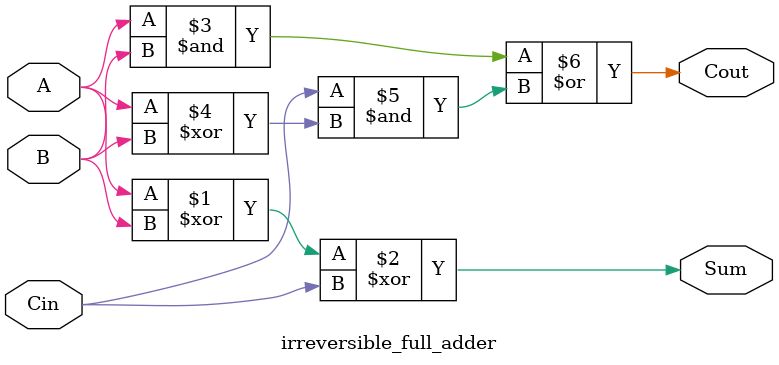
<source format=v>
module irreversible_full_adder(
  input A,
  input B,
  input Cin,
  output Sum,
  output Cout
);
  assign Sum  = A ^ B ^ Cin;
  assign Cout = (A & B) | (Cin & (A ^ B));
endmodule

</source>
